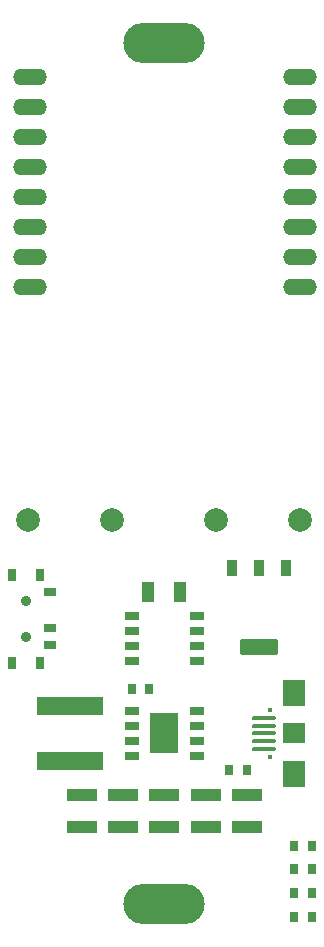
<source format=gts>
G04 Layer_Color=8388736*
%FSLAX25Y25*%
%MOIN*%
G70*
G01*
G75*
%ADD10R,0.02756X0.03543*%
%ADD11R,0.04331X0.06693*%
%ADD12R,0.10236X0.04331*%
%ADD13R,0.04331X0.02756*%
%ADD14R,0.03150X0.03937*%
%ADD15R,0.05118X0.02756*%
%ADD16R,0.09449X0.13386*%
%ADD17R,0.22441X0.06299*%
G04:AMPARAMS|DCode=18|XSize=78.74mil|YSize=15.75mil|CornerRadius=0mil|HoleSize=0mil|Usage=FLASHONLY|Rotation=180.000|XOffset=0mil|YOffset=0mil|HoleType=Round|Shape=Octagon|*
%AMOCTAGOND18*
4,1,8,-0.03937,0.00394,-0.03937,-0.00394,-0.03543,-0.00787,0.03543,-0.00787,0.03937,-0.00394,0.03937,0.00394,0.03543,0.00787,-0.03543,0.00787,-0.03937,0.00394,0.0*
%
%ADD18OCTAGOND18*%

%ADD19R,0.07480X0.09000*%
%ADD20R,0.07480X0.07087*%
G04:AMPARAMS|DCode=21|XSize=36.61mil|YSize=51.58mil|CornerRadius=2.75mil|HoleSize=0mil|Usage=FLASHONLY|Rotation=180.000|XOffset=0mil|YOffset=0mil|HoleType=Round|Shape=RoundedRectangle|*
%AMROUNDEDRECTD21*
21,1,0.03661,0.04608,0,0,180.0*
21,1,0.03112,0.05158,0,0,180.0*
1,1,0.00549,-0.01556,0.02304*
1,1,0.00549,0.01556,0.02304*
1,1,0.00549,0.01556,-0.02304*
1,1,0.00549,-0.01556,-0.02304*
%
%ADD21ROUNDEDRECTD21*%
G04:AMPARAMS|DCode=22|XSize=127.56mil|YSize=51.58mil|CornerRadius=3.87mil|HoleSize=0mil|Usage=FLASHONLY|Rotation=180.000|XOffset=0mil|YOffset=0mil|HoleType=Round|Shape=RoundedRectangle|*
%AMROUNDEDRECTD22*
21,1,0.12756,0.04384,0,0,180.0*
21,1,0.11982,0.05158,0,0,180.0*
1,1,0.00774,-0.05991,0.02192*
1,1,0.00774,0.05991,0.02192*
1,1,0.00774,0.05991,-0.02192*
1,1,0.00774,-0.05991,-0.02192*
%
%ADD22ROUNDEDRECTD22*%
%ADD28C,0.03543*%
%ADD29C,0.07874*%
%ADD30O,0.27087X0.13543*%
%ADD31O,0.11200X0.05600*%
%ADD32C,0.01575*%
D10*
X421260Y149606D02*
D03*
X427165D02*
D03*
X427165Y157480D02*
D03*
X421260D02*
D03*
X427165Y173228D02*
D03*
X421260D02*
D03*
X421260Y165354D02*
D03*
X427165D02*
D03*
X405512Y198425D02*
D03*
X399606D02*
D03*
X367126Y225591D02*
D03*
X373031D02*
D03*
D11*
X372638Y257874D02*
D03*
X383268D02*
D03*
D12*
X391732Y179528D02*
D03*
Y190157D02*
D03*
X405512D02*
D03*
Y179528D02*
D03*
X350394Y190157D02*
D03*
Y179528D02*
D03*
X364173Y190157D02*
D03*
Y179528D02*
D03*
X377953Y190157D02*
D03*
Y179528D02*
D03*
D13*
X339961Y257677D02*
D03*
Y245866D02*
D03*
Y239961D02*
D03*
D14*
X336417Y263583D02*
D03*
X327362D02*
D03*
X336417Y234055D02*
D03*
X327362D02*
D03*
D15*
X388779Y218130D02*
D03*
Y213130D02*
D03*
Y203130D02*
D03*
Y208130D02*
D03*
X367126Y218130D02*
D03*
Y213130D02*
D03*
Y203130D02*
D03*
Y208130D02*
D03*
X388779Y244626D02*
D03*
Y249626D02*
D03*
Y239626D02*
D03*
Y234626D02*
D03*
X367126Y244626D02*
D03*
Y249626D02*
D03*
Y239626D02*
D03*
Y234626D02*
D03*
D16*
X377953Y210630D02*
D03*
D17*
X346457Y201378D02*
D03*
Y219882D02*
D03*
D18*
X411260Y205512D02*
D03*
Y208071D02*
D03*
Y210630D02*
D03*
Y213189D02*
D03*
Y215748D02*
D03*
D19*
X421260Y224130D02*
D03*
Y197130D02*
D03*
D20*
Y210630D02*
D03*
D21*
X418465Y265748D02*
D03*
X409449D02*
D03*
X400433D02*
D03*
D22*
X409449Y239409D02*
D03*
D28*
X331890Y254724D02*
D03*
Y242913D02*
D03*
D29*
X332677Y281890D02*
D03*
X360677D02*
D03*
X395276D02*
D03*
X423276D02*
D03*
D30*
X377953Y153740D02*
D03*
Y440748D02*
D03*
D31*
X423095Y429595D02*
D03*
Y419594D02*
D03*
Y409594D02*
D03*
Y399594D02*
D03*
Y389595D02*
D03*
Y379594D02*
D03*
Y369595D02*
D03*
Y359594D02*
D03*
X333095D02*
D03*
Y369595D02*
D03*
Y379594D02*
D03*
Y389595D02*
D03*
Y399594D02*
D03*
Y409594D02*
D03*
Y419594D02*
D03*
Y429595D02*
D03*
D32*
X413295Y218504D02*
D03*
Y202756D02*
D03*
M02*

</source>
